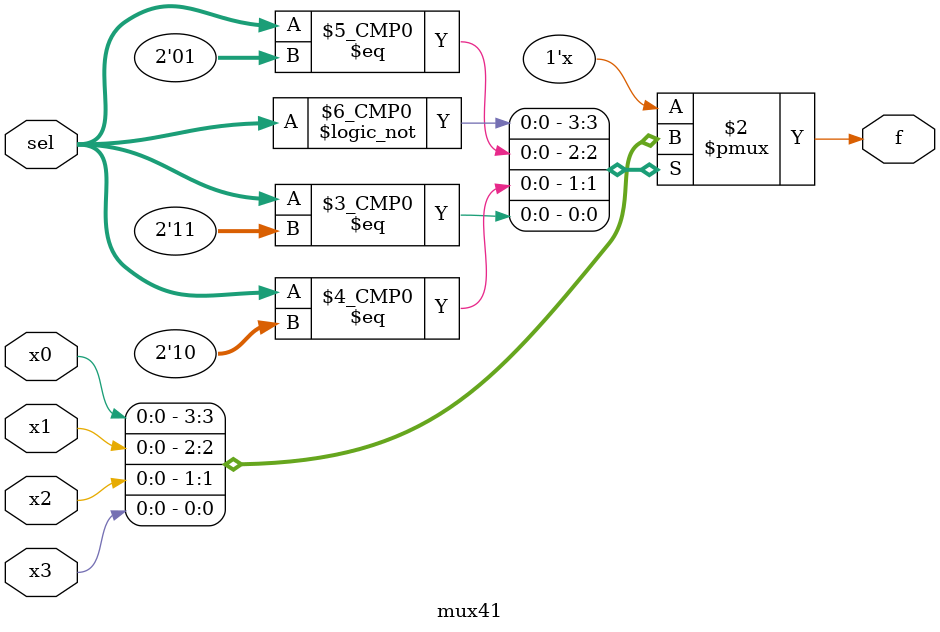
<source format=v>
module mux41(
    input [1:0] sel,
    input  x0,x1,x2,x3,
    output reg  f
);
always@(*)begin
    case(sel)
    2'b00:f=x0;
    2'b01:f=x1;
    2'b10:f=x2;
    2'b11:f=x3;
    default:f=x0;
    endcase
end
endmodule

</source>
